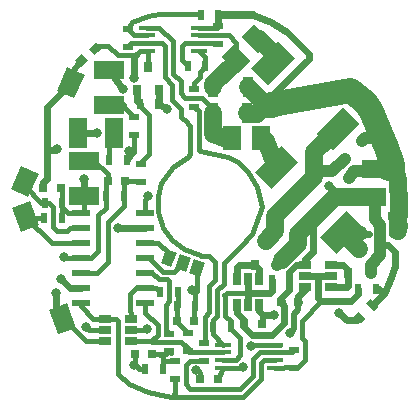
<source format=gtl>
G04 #@! TF.FileFunction,Copper,L1,Top,Signal*
%FSLAX46Y46*%
G04 Gerber Fmt 4.6, Leading zero omitted, Abs format (unit mm)*
G04 Created by KiCad (PCBNEW 4.0.6) date Mon May 22 20:15:38 2017*
%MOMM*%
%LPD*%
G01*
G04 APERTURE LIST*
%ADD10C,0.100000*%
%ADD11R,1.450000X0.450000*%
%ADD12R,0.800000X0.900000*%
%ADD13R,0.800000X0.750000*%
%ADD14R,0.900000X0.500000*%
%ADD15R,0.590000X0.450000*%
%ADD16R,1.500000X0.600000*%
%ADD17R,0.900000X1.700000*%
%ADD18R,1.060000X0.650000*%
%ADD19R,0.650000X1.060000*%
%ADD20R,2.600000X1.500000*%
%ADD21R,1.500000X2.600000*%
%ADD22R,0.500000X0.900000*%
%ADD23R,1.500000X2.000000*%
%ADD24R,2.000000X1.500000*%
%ADD25C,0.800000*%
%ADD26C,0.600000*%
%ADD27C,0.400000*%
%ADD28C,0.700000*%
%ADD29C,1.000000*%
%ADD30C,1.500000*%
%ADD31C,0.500000*%
%ADD32C,2.100000*%
G04 APERTURE END LIST*
D10*
D11*
X146790000Y-123315000D03*
X146790000Y-122665000D03*
X146790000Y-122015000D03*
X146790000Y-121365000D03*
X142390000Y-121365000D03*
X142390000Y-122015000D03*
X142390000Y-122665000D03*
X142390000Y-123315000D03*
D10*
G36*
X124513500Y-109783688D02*
X126017008Y-109236456D01*
X126762612Y-111284986D01*
X125259104Y-111832218D01*
X124513500Y-109783688D01*
X124513500Y-109783688D01*
G37*
G36*
X127657388Y-118435014D02*
X129160896Y-117887782D01*
X129906500Y-119936312D01*
X128402992Y-120483544D01*
X127657388Y-118435014D01*
X127657388Y-118435014D01*
G37*
D12*
X135080000Y-99850000D03*
X136980000Y-99850000D03*
X136030000Y-97850000D03*
D13*
X145650000Y-119620000D03*
X144150000Y-119620000D03*
D14*
X148350000Y-123370000D03*
X148350000Y-121870000D03*
D15*
X154647000Y-112014000D03*
X156757000Y-112014000D03*
D10*
G36*
X152620505Y-106015694D02*
X152302306Y-105697495D01*
X152719499Y-105280302D01*
X153037698Y-105598501D01*
X152620505Y-106015694D01*
X152620505Y-106015694D01*
G37*
G36*
X154112501Y-104523698D02*
X153794302Y-104205499D01*
X154211495Y-103788306D01*
X154529694Y-104106505D01*
X154112501Y-104523698D01*
X154112501Y-104523698D01*
G37*
D16*
X130340000Y-110230000D03*
X130340000Y-111500000D03*
X130340000Y-112770000D03*
X130340000Y-114040000D03*
X130340000Y-115310000D03*
X130340000Y-116580000D03*
X130340000Y-117850000D03*
X135740000Y-117850000D03*
X135740000Y-116580000D03*
X135740000Y-115310000D03*
X135740000Y-114040000D03*
X135740000Y-112770000D03*
X135740000Y-111500000D03*
X135740000Y-110230000D03*
D12*
X152974000Y-115300000D03*
X154874000Y-115300000D03*
X153924000Y-113300000D03*
X145060000Y-114630000D03*
X146960000Y-114630000D03*
X146010000Y-112630000D03*
D17*
X141530000Y-101770000D03*
X144430000Y-101770000D03*
X141552000Y-99568000D03*
X144452000Y-99568000D03*
D10*
G36*
X125837218Y-108876208D02*
X124387126Y-108200019D01*
X125308434Y-106224268D01*
X126758526Y-106900457D01*
X125837218Y-108876208D01*
X125837218Y-108876208D01*
G37*
G36*
X129731566Y-100535732D02*
X128281474Y-99859543D01*
X129202782Y-97883792D01*
X130652874Y-98559981D01*
X129731566Y-100535732D01*
X129731566Y-100535732D01*
G37*
D18*
X149310000Y-114610000D03*
X149310000Y-115560000D03*
X149310000Y-116510000D03*
X151510000Y-116510000D03*
X151510000Y-114610000D03*
X151510000Y-115560000D03*
D19*
X143530000Y-118060000D03*
X144480000Y-118060000D03*
X145430000Y-118060000D03*
X145430000Y-115860000D03*
X143530000Y-115860000D03*
X144480000Y-115860000D03*
D11*
X140320000Y-96495000D03*
X140320000Y-95845000D03*
X140320000Y-95195000D03*
X140320000Y-94545000D03*
X135920000Y-94545000D03*
X135920000Y-95195000D03*
X135920000Y-95845000D03*
X135920000Y-96495000D03*
D20*
X132760000Y-98110000D03*
X132760000Y-101110000D03*
D21*
X130130000Y-103420000D03*
X133130000Y-103420000D03*
D10*
G36*
X154256194Y-111453452D02*
X151993452Y-113716194D01*
X150579238Y-112301980D01*
X152841980Y-110039238D01*
X154256194Y-111453452D01*
X154256194Y-111453452D01*
G37*
G36*
X148740762Y-105938020D02*
X146478020Y-108200762D01*
X145063806Y-106786548D01*
X147326548Y-104523806D01*
X148740762Y-105938020D01*
X148740762Y-105938020D01*
G37*
G36*
X153948194Y-102663452D02*
X151685452Y-104926194D01*
X150271238Y-103511980D01*
X152533980Y-101249238D01*
X153948194Y-102663452D01*
X153948194Y-102663452D01*
G37*
G36*
X148432762Y-97148020D02*
X146170020Y-99410762D01*
X144755806Y-97996548D01*
X147018548Y-95733806D01*
X148432762Y-97148020D01*
X148432762Y-97148020D01*
G37*
D18*
X134600000Y-121090000D03*
X134600000Y-120140000D03*
X134600000Y-119190000D03*
X132400000Y-119190000D03*
X132400000Y-121090000D03*
X132400000Y-120140000D03*
D20*
X130640000Y-108820000D03*
X130640000Y-105820000D03*
D13*
X155206000Y-110490000D03*
X156706000Y-110490000D03*
X136390000Y-122160000D03*
X134890000Y-122160000D03*
X128660000Y-108110000D03*
X127160000Y-108110000D03*
X132610000Y-107550000D03*
X134110000Y-107550000D03*
X138460000Y-119360000D03*
X139960000Y-119360000D03*
X148760000Y-117800000D03*
X147260000Y-117800000D03*
D10*
G36*
X131609905Y-95793527D02*
X132091996Y-96368061D01*
X131479161Y-96882291D01*
X130997070Y-96307757D01*
X131609905Y-95793527D01*
X131609905Y-95793527D01*
G37*
G36*
X130460839Y-96757709D02*
X130942930Y-97332243D01*
X130330095Y-97846473D01*
X129848004Y-97271939D01*
X130460839Y-96757709D01*
X130460839Y-96757709D01*
G37*
D14*
X137810000Y-120440000D03*
X137810000Y-121940000D03*
D22*
X137260000Y-123400000D03*
X135760000Y-123400000D03*
D14*
X138340000Y-124300000D03*
X138340000Y-122800000D03*
X135470000Y-106080000D03*
X135470000Y-107580000D03*
D22*
X132470000Y-108830000D03*
X133970000Y-108830000D03*
X136860000Y-101010000D03*
X135360000Y-101010000D03*
X137050000Y-116940000D03*
X138550000Y-116940000D03*
X138520000Y-118120000D03*
X140020000Y-118120000D03*
D14*
X139370000Y-121880000D03*
X139370000Y-120380000D03*
X134840000Y-103640000D03*
X134840000Y-102140000D03*
D22*
X134210000Y-105720000D03*
X132710000Y-105720000D03*
X128750000Y-110640000D03*
X127250000Y-110640000D03*
X128770000Y-109400000D03*
X127270000Y-109400000D03*
X140490000Y-93450000D03*
X141990000Y-93450000D03*
D14*
X141990000Y-95920000D03*
X141990000Y-94420000D03*
X134300000Y-96160000D03*
X134300000Y-94660000D03*
D22*
X140890000Y-97780000D03*
X139390000Y-97780000D03*
D14*
X140730000Y-122720000D03*
X140730000Y-121220000D03*
X139940000Y-101250000D03*
X139940000Y-99750000D03*
D22*
X143030000Y-119850000D03*
X141530000Y-119850000D03*
X155340000Y-116690000D03*
X153840000Y-116690000D03*
X147990000Y-115880000D03*
X146490000Y-115880000D03*
D23*
X143170000Y-103910000D03*
X145570000Y-103910000D03*
D10*
G36*
X143638249Y-98405965D02*
X142224035Y-96991751D01*
X143284695Y-95931091D01*
X144698909Y-97345305D01*
X143638249Y-98405965D01*
X143638249Y-98405965D01*
G37*
G36*
X145335305Y-96708909D02*
X143921091Y-95294695D01*
X144981751Y-94234035D01*
X146395965Y-95648249D01*
X145335305Y-96708909D01*
X145335305Y-96708909D01*
G37*
D24*
X155194000Y-106496000D03*
X155194000Y-108896000D03*
D13*
X141960000Y-124280000D03*
X140460000Y-124280000D03*
D10*
G36*
X139927097Y-114152602D02*
X140834088Y-114482720D01*
X140399723Y-115676130D01*
X139492732Y-115346012D01*
X139927097Y-114152602D01*
X139927097Y-114152602D01*
G37*
G36*
X138733687Y-113718236D02*
X139640678Y-114048354D01*
X139206313Y-115241764D01*
X138299322Y-114911646D01*
X138733687Y-113718236D01*
X138733687Y-113718236D01*
G37*
G36*
X137540277Y-113283870D02*
X138447268Y-113613988D01*
X138012903Y-114807398D01*
X137105912Y-114477280D01*
X137540277Y-113283870D01*
X137540277Y-113283870D01*
G37*
G36*
X154093891Y-119577265D02*
X153457495Y-118940869D01*
X153811049Y-118587315D01*
X154447445Y-119223711D01*
X154093891Y-119577265D01*
X154093891Y-119577265D01*
G37*
G36*
X155154551Y-118516605D02*
X154518155Y-117880209D01*
X154871709Y-117526655D01*
X155508105Y-118163051D01*
X155154551Y-118516605D01*
X155154551Y-118516605D01*
G37*
D25*
X151384000Y-107950000D03*
X134440000Y-104960000D03*
X153020000Y-107300000D03*
X140060000Y-123560000D03*
X144730000Y-121510000D03*
X128300000Y-104830000D03*
X128240000Y-117040000D03*
X148020000Y-120420000D03*
X146650000Y-118890000D03*
X139750000Y-116750000D03*
X134820000Y-123120000D03*
X136000000Y-108830000D03*
X153680000Y-106650000D03*
X152200000Y-118660000D03*
X137620000Y-101400000D03*
X135940000Y-120090000D03*
X130620000Y-107320000D03*
X128930000Y-113930000D03*
X130790000Y-119860000D03*
X144050000Y-123280000D03*
X134830000Y-98760000D03*
X133480000Y-111460000D03*
X133890000Y-99740000D03*
X131670000Y-103480000D03*
X128670000Y-115860000D03*
D26*
X155974701Y-117067228D02*
X155967532Y-117067228D01*
X155967532Y-117067228D02*
X155013130Y-118021630D01*
D27*
X134840000Y-105090000D02*
X134570000Y-105090000D01*
D28*
X151384000Y-107950000D02*
X151892000Y-108458000D01*
X151892000Y-108458000D02*
X151892000Y-108896000D01*
D27*
X134570000Y-105090000D02*
X134440000Y-104960000D01*
X134840000Y-103640000D02*
X134840000Y-105090000D01*
X134840000Y-105090000D02*
X134210000Y-105720000D01*
X134210000Y-105720000D02*
X134290000Y-105720000D01*
D29*
X146960000Y-114630000D02*
X146970000Y-114630000D01*
X146970000Y-114630000D02*
X147390000Y-114210000D01*
D30*
X149960000Y-110770000D02*
X149960000Y-110780000D01*
X148710000Y-112890000D02*
X147390000Y-114210000D01*
X148710000Y-112030000D02*
X148710000Y-112890000D01*
X149960000Y-110780000D02*
X148710000Y-112030000D01*
D26*
X155340000Y-116690000D02*
X155597473Y-116690000D01*
X155597473Y-116690000D02*
X155974701Y-117067228D01*
X155702000Y-112930000D02*
X156310000Y-112930000D01*
X156517521Y-115868135D02*
X155974701Y-117067228D01*
X156910000Y-114690000D02*
X156517521Y-115868135D01*
X156910000Y-113530000D02*
X156910000Y-114690000D01*
X156310000Y-112930000D02*
X156910000Y-113530000D01*
X149310000Y-114610000D02*
X149315000Y-114155000D01*
X150020000Y-111270000D02*
X150020000Y-110710000D01*
X150020000Y-110830000D02*
X150020000Y-111270000D01*
X149960000Y-110770000D02*
X150020000Y-110830000D01*
D30*
X151834000Y-108896000D02*
X151892000Y-108896000D01*
X150020000Y-110710000D02*
X151834000Y-108896000D01*
D26*
X149965000Y-113505000D02*
X149960000Y-110770000D01*
X149315000Y-114155000D02*
X149965000Y-113505000D01*
X147260000Y-117800000D02*
X147260000Y-117450000D01*
X147260000Y-117450000D02*
X147990000Y-116720000D01*
X147990000Y-116720000D02*
X147990000Y-115880000D01*
X146490000Y-120600000D02*
X146490000Y-120590000D01*
X146490000Y-120600000D02*
X144870000Y-120600000D01*
X144150000Y-119880000D02*
X144870000Y-120600000D01*
X147560000Y-119520000D02*
X147560000Y-118100000D01*
X146490000Y-120590000D02*
X147560000Y-119520000D01*
X147560000Y-118100000D02*
X147260000Y-117800000D01*
X144150000Y-119880000D02*
X144150000Y-119620000D01*
X143530000Y-118060000D02*
X143530000Y-118690000D01*
X143530000Y-118690000D02*
X144150000Y-119310000D01*
X144150000Y-119310000D02*
X144150000Y-119620000D01*
X147990000Y-115880000D02*
X147990000Y-115200000D01*
X147990000Y-115200000D02*
X148580000Y-114610000D01*
X147350000Y-117710000D02*
X147260000Y-117800000D01*
X149310000Y-114610000D02*
X148580000Y-114610000D01*
D28*
X147314000Y-117746000D02*
X147260000Y-117800000D01*
D30*
X151892000Y-108896000D02*
X152094000Y-108896000D01*
X155194000Y-108896000D02*
X152094000Y-108896000D01*
D29*
X155206000Y-110756000D02*
X155702000Y-111252000D01*
X154874000Y-114620000D02*
X154874000Y-115300000D01*
X155702000Y-113792000D02*
X154874000Y-114620000D01*
X155702000Y-111252000D02*
X155702000Y-112930000D01*
X155702000Y-112930000D02*
X155702000Y-113792000D01*
X155206000Y-110490000D02*
X155206000Y-108908000D01*
X155206000Y-110490000D02*
X155206000Y-110756000D01*
X155206000Y-108908000D02*
X155194000Y-108896000D01*
X153680000Y-106650000D02*
X155040000Y-106650000D01*
X155040000Y-106650000D02*
X155194000Y-106496000D01*
D30*
X156972000Y-106426000D02*
X157226000Y-107442000D01*
X154860000Y-106510000D02*
X156989500Y-106496000D01*
X156972000Y-106478500D02*
X156972000Y-106426000D01*
X156989500Y-106496000D02*
X156972000Y-106478500D01*
X157226000Y-111760000D02*
X157304387Y-109591086D01*
X157304387Y-109591086D02*
X157226000Y-107442000D01*
D27*
X140260000Y-123560000D02*
X140460000Y-123760000D01*
X140060000Y-123560000D02*
X140260000Y-123560000D01*
X140460000Y-123760000D02*
X140460000Y-123820000D01*
X144875000Y-121365000D02*
X144730000Y-121510000D01*
X146790000Y-121365000D02*
X144875000Y-121365000D01*
D26*
X127450000Y-104930000D02*
X128200000Y-104930000D01*
X128200000Y-104930000D02*
X128300000Y-104830000D01*
X127160000Y-108110000D02*
X127160000Y-107620000D01*
X127450000Y-101226936D02*
X129467174Y-99209762D01*
X127450000Y-107330000D02*
X127450000Y-104930000D01*
X127450000Y-104930000D02*
X127450000Y-101226936D01*
X127160000Y-107620000D02*
X127450000Y-107330000D01*
X128240000Y-118210000D02*
X128240000Y-117040000D01*
X128781944Y-118751944D02*
X128240000Y-118210000D01*
X127160000Y-107820000D02*
X127160000Y-108110000D01*
X128781944Y-119185663D02*
X128781944Y-118751944D01*
D31*
X148760000Y-117800000D02*
X148760000Y-118420000D01*
X148360000Y-120080000D02*
X148020000Y-120420000D01*
X148360000Y-118820000D02*
X148360000Y-120080000D01*
X148760000Y-118420000D02*
X148360000Y-118820000D01*
D26*
X145790000Y-118870000D02*
X146650000Y-118890000D01*
X145783814Y-118856082D02*
X145790000Y-118870000D01*
D29*
X153680000Y-106650000D02*
X153454000Y-106650000D01*
X153454000Y-106650000D02*
X153020000Y-107300000D01*
D27*
X140163410Y-114914366D02*
X140163410Y-116876590D01*
X140163410Y-116876590D02*
X140020000Y-117020000D01*
X140020000Y-118120000D02*
X140020000Y-117020000D01*
X140020000Y-117020000D02*
X139750000Y-116750000D01*
X139960000Y-119360000D02*
X139960000Y-118180000D01*
X139960000Y-118180000D02*
X140020000Y-118120000D01*
X135055000Y-123155000D02*
X134665000Y-123155000D01*
X134665000Y-123155000D02*
X134820000Y-123120000D01*
X135760000Y-123400000D02*
X135300000Y-123400000D01*
X134890000Y-122990000D02*
X134890000Y-122160000D01*
X135300000Y-123400000D02*
X135055000Y-123155000D01*
X135055000Y-123155000D02*
X134890000Y-122990000D01*
X140460000Y-124280000D02*
X140460000Y-123760000D01*
X134890000Y-122160000D02*
X134890000Y-122310000D01*
X140460000Y-124190000D02*
X140460000Y-124280000D01*
X132400000Y-121090000D02*
X130780000Y-121090000D01*
X130780000Y-121090000D02*
X128875663Y-119185663D01*
X128875663Y-119185663D02*
X128781944Y-119185663D01*
X135740000Y-110230000D02*
X135740000Y-109090000D01*
X135740000Y-109090000D02*
X136000000Y-108830000D01*
X128781944Y-119185663D02*
X128781944Y-118851944D01*
D31*
X129467174Y-99209762D02*
X129467174Y-98420384D01*
X129467174Y-98420384D02*
X130395467Y-97302091D01*
X129467174Y-99207174D02*
X129467174Y-99209762D01*
D26*
X145430000Y-118060000D02*
X145430000Y-118502268D01*
X145430000Y-118502268D02*
X145783814Y-118856082D01*
D31*
X145783814Y-118856082D02*
X145783814Y-119486186D01*
X145783814Y-119486186D02*
X145650000Y-119620000D01*
D27*
X147165000Y-121365000D02*
X146790000Y-121365000D01*
D26*
X148760000Y-117800000D02*
X148760000Y-117260000D01*
X148760000Y-117260000D02*
X149310000Y-116710000D01*
X149310000Y-116710000D02*
X149310000Y-116510000D01*
D27*
X146790000Y-121365000D02*
X146925000Y-121365000D01*
D26*
X141990000Y-94420000D02*
X141990000Y-93450000D01*
D28*
X144920000Y-93432621D02*
X142007379Y-93432621D01*
D26*
X142007379Y-93432621D02*
X141990000Y-93450000D01*
D27*
X140320000Y-94545000D02*
X141865000Y-94545000D01*
X141865000Y-94545000D02*
X141990000Y-94420000D01*
D26*
X145430000Y-118060000D02*
X145430000Y-118200000D01*
X148670000Y-117710000D02*
X148760000Y-117800000D01*
X148760000Y-117800000D02*
X148850000Y-117800000D01*
X146050000Y-101092000D02*
X146050000Y-100770000D01*
X146410000Y-94080000D02*
X144920000Y-93432621D01*
X144920000Y-93432621D02*
X144960000Y-93450000D01*
X147775947Y-94936435D02*
X146410000Y-94080000D01*
X149650000Y-96780000D02*
X147775947Y-94936435D01*
X149650000Y-97170000D02*
X149650000Y-96780000D01*
X146050000Y-100770000D02*
X149650000Y-97170000D01*
D32*
X153162000Y-99822000D02*
X146050000Y-101092000D01*
X155702000Y-103428800D02*
X154940000Y-101600000D01*
X154940000Y-101600000D02*
X154432000Y-100838000D01*
X154432000Y-100838000D02*
X153162000Y-99822000D01*
X146050000Y-101092000D02*
X146304000Y-101092000D01*
D30*
X144430000Y-101770000D02*
X145214000Y-101854000D01*
X145214000Y-101854000D02*
X145976000Y-101092000D01*
X146304000Y-101092000D02*
X145976000Y-101092000D01*
D32*
X146304000Y-101092000D02*
X146558000Y-101092000D01*
D30*
X145976000Y-101092000D02*
X144452000Y-99568000D01*
D32*
X156324000Y-106426000D02*
X156648000Y-106102000D01*
X156648000Y-106102000D02*
X156210000Y-104648000D01*
D30*
X157302200Y-111226600D02*
X157226000Y-111760000D01*
D28*
X156706000Y-110490000D02*
X157231816Y-110099086D01*
X157231816Y-110099086D02*
X157050387Y-110099086D01*
X157050387Y-110099086D02*
X157226000Y-111760000D01*
X156757000Y-112014000D02*
X157048200Y-111480600D01*
D32*
X156210000Y-104648000D02*
X155702000Y-103428800D01*
D29*
X155892500Y-103886000D02*
X155702000Y-103695500D01*
X155702000Y-103695500D02*
X155702000Y-103378000D01*
X155702000Y-103378000D02*
X155702000Y-103428800D01*
X154161998Y-104156002D02*
X154432000Y-103886000D01*
X154432000Y-103886000D02*
X155892500Y-103886000D01*
D27*
X138340000Y-122800000D02*
X137490000Y-122800000D01*
X137490000Y-122800000D02*
X137260000Y-122570000D01*
X137260000Y-123400000D02*
X137260000Y-122570000D01*
X137260000Y-122570000D02*
X137260000Y-122450000D01*
X137260000Y-122450000D02*
X136970000Y-122160000D01*
X137950000Y-122080000D02*
X137810000Y-121940000D01*
X137200000Y-123460000D02*
X137260000Y-123400000D01*
X136390000Y-122160000D02*
X136970000Y-122160000D01*
X136970000Y-122160000D02*
X137590000Y-122160000D01*
X137590000Y-122160000D02*
X137810000Y-121940000D01*
D26*
X152835998Y-119295998D02*
X153738762Y-119295998D01*
X152200000Y-118660000D02*
X152835998Y-119295998D01*
X153738762Y-119295998D02*
X153952470Y-119082290D01*
X136860000Y-101010000D02*
X137576000Y-101318000D01*
X137576000Y-101318000D02*
X137620000Y-101400000D01*
X136980000Y-99850000D02*
X136980000Y-100890000D01*
X136980000Y-100890000D02*
X136860000Y-101010000D01*
D27*
X135890000Y-120140000D02*
X135940000Y-120090000D01*
X134600000Y-120140000D02*
X135890000Y-120140000D01*
D26*
X130640000Y-108820000D02*
X130640000Y-107340000D01*
X130640000Y-107340000D02*
X130620000Y-107320000D01*
D27*
X130640000Y-108820000D02*
X130580000Y-109990000D01*
X130580000Y-109990000D02*
X130340000Y-110230000D01*
X130340000Y-110230000D02*
X129240000Y-110230000D01*
X129240000Y-110230000D02*
X128750000Y-109740000D01*
X128750000Y-109740000D02*
X128770000Y-109400000D01*
X128770000Y-109400000D02*
X128770000Y-108220000D01*
X128770000Y-108220000D02*
X128660000Y-108110000D01*
X128750000Y-110640000D02*
X128750000Y-109420000D01*
X128750000Y-109420000D02*
X128770000Y-109400000D01*
X128760000Y-110630000D02*
X128750000Y-110640000D01*
D31*
X130640000Y-108820000D02*
X130170000Y-108820000D01*
X128700000Y-108150000D02*
X128660000Y-108110000D01*
X128750000Y-110640000D02*
X128750000Y-110560000D01*
X128660000Y-108060000D02*
X128660000Y-108110000D01*
X136860000Y-101010000D02*
X136860000Y-100790000D01*
D27*
X132400000Y-120140000D02*
X131070000Y-120140000D01*
X129030000Y-114030000D02*
X130340000Y-114040000D01*
X128930000Y-113930000D02*
X129030000Y-114030000D01*
X131070000Y-120140000D02*
X130790000Y-119860000D01*
X130640000Y-105820000D02*
X131470000Y-105820000D01*
X131470000Y-105820000D02*
X132610000Y-106960000D01*
X132610000Y-106960000D02*
X132610000Y-107550000D01*
X131000000Y-106180000D02*
X130640000Y-105820000D01*
X132470000Y-108830000D02*
X132470000Y-107690000D01*
X132470000Y-107690000D02*
X132610000Y-107550000D01*
X130340000Y-114040000D02*
X131220000Y-114040000D01*
X132480000Y-109770000D02*
X132470000Y-108830000D01*
X131820000Y-110430000D02*
X132480000Y-109770000D01*
X131820000Y-113440000D02*
X131820000Y-110430000D01*
X131220000Y-114040000D02*
X131820000Y-113440000D01*
X130640000Y-105820000D02*
X131360000Y-105820000D01*
X130980000Y-114040000D02*
X130340000Y-114040000D01*
X130340000Y-114040000D02*
X131020000Y-114040000D01*
D31*
X130640000Y-105820000D02*
X129780000Y-105820000D01*
D27*
X130340000Y-115310000D02*
X131740000Y-115310000D01*
X133970000Y-109650000D02*
X133970000Y-108830000D01*
X132630000Y-110990000D02*
X133970000Y-109650000D01*
X132630000Y-114420000D02*
X132630000Y-110990000D01*
X131740000Y-115310000D02*
X132630000Y-114420000D01*
X134110000Y-107550000D02*
X135440000Y-107550000D01*
X135440000Y-107550000D02*
X135470000Y-107580000D01*
X133970000Y-108830000D02*
X133970000Y-107690000D01*
X133970000Y-107690000D02*
X134110000Y-107550000D01*
X138460000Y-119360000D02*
X138460000Y-119450000D01*
X138460000Y-119450000D02*
X139370000Y-120360000D01*
X139370000Y-120360000D02*
X139370000Y-120380000D01*
X138520000Y-118120000D02*
X138520000Y-119300000D01*
X138520000Y-119300000D02*
X138460000Y-119360000D01*
X138560000Y-118080000D02*
X138520000Y-118120000D01*
X139370000Y-120380000D02*
X139390000Y-120380000D01*
X138550000Y-116940000D02*
X138560000Y-118080000D01*
X144015000Y-123315000D02*
X144050000Y-123280000D01*
X142390000Y-123315000D02*
X144015000Y-123315000D01*
D26*
X134830000Y-98760000D02*
X134830000Y-97050000D01*
X134830000Y-97050000D02*
X135000000Y-96880000D01*
X134830000Y-98670000D02*
X134830000Y-98760000D01*
X134850000Y-98650000D02*
X134830000Y-98670000D01*
D27*
X141960000Y-124280000D02*
X142400000Y-123325000D01*
X142400000Y-123325000D02*
X142390000Y-123315000D01*
X135920000Y-96495000D02*
X135355000Y-96495000D01*
X135355000Y-96495000D02*
X135000000Y-96880000D01*
X132670000Y-96080000D02*
X131802442Y-96080000D01*
X135000000Y-96880000D02*
X133470000Y-96880000D01*
X133470000Y-96880000D02*
X132670000Y-96080000D01*
X131802442Y-96080000D02*
X131544533Y-96337909D01*
X136030000Y-97850000D02*
X136030000Y-96605000D01*
X136030000Y-96605000D02*
X135920000Y-96495000D01*
X131544533Y-96337909D02*
X131544533Y-96374533D01*
D30*
X152501716Y-111877716D02*
X153924000Y-113300000D01*
D26*
X154647000Y-112014000D02*
X154178000Y-112014000D01*
D29*
X154178000Y-112014000D02*
X154041716Y-111877716D01*
X154041716Y-111877716D02*
X152417716Y-111877716D01*
D26*
X154647000Y-112014000D02*
X154701998Y-112014000D01*
D30*
X152417716Y-111877716D02*
X152501716Y-111877716D01*
X152417716Y-111877716D02*
X152536284Y-111877716D01*
D29*
X152670002Y-105647998D02*
X151638000Y-106680000D01*
X150622000Y-106680000D02*
X150114000Y-107188000D01*
X151638000Y-106680000D02*
X150622000Y-106680000D01*
D30*
X146010000Y-112630000D02*
X146010000Y-112562000D01*
X146010000Y-112562000D02*
X146812000Y-111760000D01*
X146812000Y-111760000D02*
X146812000Y-110490000D01*
X146812000Y-110490000D02*
X150114000Y-107188000D01*
X150114000Y-107188000D02*
X150114000Y-105083432D01*
X150114000Y-105083432D02*
X152109716Y-103087716D01*
X151384000Y-103813432D02*
X152109716Y-103087716D01*
D27*
X127270000Y-109400000D02*
X127000000Y-109400000D01*
X127000000Y-109400000D02*
X125572826Y-107972826D01*
X125572826Y-107972826D02*
X125572826Y-107550238D01*
X130340000Y-111500000D02*
X129410000Y-111500000D01*
X127620000Y-109400000D02*
X127270000Y-109400000D01*
X127980000Y-109760000D02*
X127620000Y-109400000D01*
X127980000Y-111380000D02*
X127980000Y-109760000D01*
X128340000Y-111740000D02*
X127980000Y-111380000D01*
X129170000Y-111740000D02*
X128340000Y-111740000D01*
X129410000Y-111500000D02*
X129170000Y-111740000D01*
X127250000Y-110640000D02*
X125743719Y-110640000D01*
X125743719Y-110640000D02*
X125638056Y-110534337D01*
X130340000Y-112770000D02*
X127873719Y-112770000D01*
X127873719Y-112770000D02*
X125638056Y-110534337D01*
X138340000Y-124300000D02*
X138340000Y-125500000D01*
X138340000Y-125500000D02*
X138062151Y-125777849D01*
X145080000Y-124820000D02*
X144100000Y-125800000D01*
X145845000Y-122665000D02*
X145610000Y-122900000D01*
X145610000Y-122900000D02*
X145610000Y-124290000D01*
X145610000Y-124290000D02*
X145080000Y-124820000D01*
X146790000Y-122665000D02*
X145845000Y-122665000D01*
X133280000Y-119190000D02*
X133500000Y-119410000D01*
X133500000Y-119410000D02*
X133510000Y-123850000D01*
X133510000Y-123850000D02*
X134410000Y-124750000D01*
X134410000Y-124750000D02*
X135470000Y-125150000D01*
X135470000Y-125150000D02*
X136042998Y-125377223D01*
X133280000Y-119190000D02*
X132400000Y-119190000D01*
X136042998Y-125377223D02*
X136042998Y-125377223D01*
X137554396Y-125743543D02*
X136042998Y-125377223D01*
X138390000Y-125800000D02*
X138062151Y-125777849D01*
X138062151Y-125777849D02*
X137554396Y-125743543D01*
X144100000Y-125800000D02*
X139310000Y-125800000D01*
X139310000Y-125800000D02*
X138390000Y-125800000D01*
X132400000Y-119190000D02*
X131400000Y-119190000D01*
X131400000Y-119190000D02*
X130340000Y-118130000D01*
X130340000Y-118130000D02*
X130340000Y-117850000D01*
X135740000Y-116580000D02*
X136690000Y-116580000D01*
X136690000Y-116580000D02*
X137050000Y-116940000D01*
X134600000Y-119190000D02*
X134600000Y-118690000D01*
X134460000Y-117120000D02*
X135000000Y-116580000D01*
X134460000Y-118550000D02*
X134460000Y-117120000D01*
X134600000Y-118690000D02*
X134460000Y-118550000D01*
X135000000Y-116580000D02*
X135740000Y-116580000D01*
X134600000Y-119190000D02*
X134600000Y-119070000D01*
X135130000Y-116580000D02*
X135740000Y-116580000D01*
X137820000Y-116030000D02*
X137820000Y-117700000D01*
X137540000Y-117980000D02*
X137540000Y-119530000D01*
X137820000Y-117700000D02*
X137540000Y-117980000D01*
X135740000Y-115310000D02*
X136380000Y-115310000D01*
X136380000Y-115310000D02*
X136920000Y-115850000D01*
X136920000Y-115850000D02*
X137640000Y-115850000D01*
X137640000Y-115850000D02*
X137820000Y-116030000D01*
X137820000Y-116030000D02*
X137780000Y-115990000D01*
X137540000Y-120170000D02*
X137810000Y-120440000D01*
X137540000Y-119530000D02*
X137540000Y-120170000D01*
X135360000Y-101010000D02*
X135360000Y-101150000D01*
X135360000Y-101150000D02*
X136140000Y-101930000D01*
X135470000Y-105890000D02*
X136140000Y-105220000D01*
X136140000Y-101930000D02*
X136140000Y-105220000D01*
D26*
X135080000Y-99850000D02*
X135080000Y-100730000D01*
X135080000Y-100730000D02*
X135360000Y-101010000D01*
D27*
X135470000Y-106080000D02*
X135470000Y-105890000D01*
D26*
X151510000Y-114610000D02*
X152530000Y-114610000D01*
X152530000Y-114610000D02*
X152974000Y-115054000D01*
X152974000Y-115054000D02*
X152974000Y-115300000D01*
X151510000Y-116510000D02*
X152870000Y-116510000D01*
X152974000Y-116406000D02*
X152974000Y-115300000D01*
X152870000Y-116510000D02*
X152974000Y-116406000D01*
X145430000Y-115860000D02*
X145430000Y-115000000D01*
X145430000Y-115000000D02*
X145060000Y-114630000D01*
X143530000Y-115860000D02*
X143530000Y-114810000D01*
X143710000Y-114630000D02*
X145060000Y-114630000D01*
X143530000Y-114810000D02*
X143710000Y-114630000D01*
D27*
X139370000Y-121880000D02*
X139370000Y-121680000D01*
X139370000Y-121680000D02*
X138860000Y-121170000D01*
X136380000Y-121170000D02*
X136300000Y-121090000D01*
X138860000Y-121170000D02*
X136380000Y-121170000D01*
X134600000Y-121090000D02*
X136300000Y-121090000D01*
X135740000Y-118660000D02*
X135740000Y-117850000D01*
X136830000Y-119750000D02*
X135740000Y-118660000D01*
X136830000Y-120560000D02*
X136830000Y-119750000D01*
X136300000Y-121090000D02*
X136830000Y-120560000D01*
X142390000Y-122015000D02*
X141395000Y-122015000D01*
X141350000Y-121970000D02*
X139460000Y-121970000D01*
X141395000Y-122015000D02*
X141350000Y-121970000D01*
X139460000Y-121970000D02*
X139370000Y-121880000D01*
X139405000Y-121915000D02*
X139370000Y-121880000D01*
X135670000Y-117920000D02*
X135740000Y-117850000D01*
X135920000Y-94545000D02*
X136995000Y-94545000D01*
X140560000Y-100490000D02*
X141530000Y-101398000D01*
X139190000Y-100490000D02*
X140560000Y-100490000D01*
X138790000Y-100090000D02*
X139190000Y-100490000D01*
X138790000Y-99050000D02*
X138790000Y-100090000D01*
X138160000Y-98420000D02*
X138790000Y-99050000D01*
X138160000Y-95710000D02*
X138160000Y-98420000D01*
X136995000Y-94545000D02*
X138160000Y-95710000D01*
X141530000Y-101398000D02*
X141530000Y-101770000D01*
D30*
X141530000Y-101770000D02*
X141552000Y-103558000D01*
X141552000Y-103558000D02*
X142486000Y-103910000D01*
X142486000Y-103910000D02*
X143170000Y-103910000D01*
D27*
X140320000Y-95195000D02*
X142845000Y-95195000D01*
X143461472Y-95811472D02*
X143461472Y-97168528D01*
X142845000Y-95195000D02*
X143461472Y-95811472D01*
D30*
X141552000Y-99568000D02*
X141552000Y-99318000D01*
X141552000Y-99318000D02*
X143461472Y-97408528D01*
X143461472Y-97408528D02*
X143461472Y-97168528D01*
D27*
X135920000Y-95195000D02*
X134835000Y-95195000D01*
X134835000Y-95195000D02*
X134300000Y-94660000D01*
X134300000Y-94660000D02*
X134300000Y-94620000D01*
X134300000Y-94620000D02*
X134670000Y-94060000D01*
X134670000Y-94060000D02*
X136020000Y-93580000D01*
X136020000Y-93580000D02*
X136960000Y-93350000D01*
X136960000Y-93350000D02*
X140130000Y-93350000D01*
X140130000Y-93350000D02*
X140490000Y-93450000D01*
X140320000Y-95845000D02*
X139155000Y-95845000D01*
X138900000Y-97290000D02*
X139390000Y-97780000D01*
X138900000Y-96100000D02*
X138900000Y-97290000D01*
X139155000Y-95845000D02*
X138900000Y-96100000D01*
X140320000Y-95845000D02*
X141915000Y-95845000D01*
X141915000Y-95845000D02*
X141990000Y-95920000D01*
X135920000Y-95845000D02*
X137205000Y-95845000D01*
X135920000Y-95845000D02*
X134615000Y-95845000D01*
X134615000Y-95845000D02*
X134300000Y-96160000D01*
X141200000Y-113870000D02*
X140487895Y-113870000D01*
X141710000Y-114380000D02*
X141200000Y-113870000D01*
X141710000Y-115910000D02*
X141710000Y-114380000D01*
X141180000Y-116440000D02*
X141710000Y-115910000D01*
X141180000Y-118650000D02*
X141180000Y-116440000D01*
X137300000Y-111470000D02*
X138050000Y-112520000D01*
X138050000Y-112520000D02*
X139110000Y-113320000D01*
X139110000Y-113320000D02*
X140410000Y-113790000D01*
X140410000Y-113790000D02*
X140487895Y-113870000D01*
X136860000Y-108810000D02*
X136900000Y-110170000D01*
X136900000Y-110170000D02*
X137300000Y-111470000D01*
X139370000Y-105460000D02*
X138180000Y-106340000D01*
X138180000Y-106340000D02*
X137140000Y-107670000D01*
X137140000Y-107670000D02*
X136860000Y-108810000D01*
X140825574Y-119004426D02*
X141180000Y-118650000D01*
X140825574Y-120440000D02*
X140825574Y-119004426D01*
X139230000Y-102470000D02*
X139240000Y-102470000D01*
X139240000Y-102470000D02*
X139600000Y-102830000D01*
X139600000Y-102830000D02*
X139600000Y-105230000D01*
X139600000Y-105230000D02*
X139370000Y-105460000D01*
X137205000Y-95845000D02*
X137460000Y-96100000D01*
X137460000Y-96100000D02*
X137460000Y-98750000D01*
X137460000Y-98750000D02*
X138070000Y-99360000D01*
X138070000Y-99360000D02*
X138070000Y-100630000D01*
X138070000Y-100630000D02*
X138830000Y-101390000D01*
X138830000Y-101390000D02*
X138830000Y-102070000D01*
X138830000Y-102070000D02*
X139230000Y-102470000D01*
X140825574Y-120440000D02*
X140825574Y-121124426D01*
X140825574Y-121124426D02*
X140730000Y-121220000D01*
X140825574Y-120440000D02*
X140825702Y-120484298D01*
X140825702Y-120484298D02*
X140820000Y-120490000D01*
X139940000Y-99750000D02*
X139940000Y-99200000D01*
X140410000Y-98260000D02*
X140890000Y-97780000D01*
X140410000Y-98730000D02*
X140410000Y-98260000D01*
X139940000Y-99200000D02*
X140410000Y-98730000D01*
X140320000Y-96495000D02*
X140325000Y-96495000D01*
X140325000Y-96495000D02*
X140890000Y-97060000D01*
X140890000Y-97060000D02*
X140890000Y-97780000D01*
X139620000Y-122720000D02*
X140730000Y-122720000D01*
X139240000Y-123100000D02*
X139620000Y-122720000D01*
X139240000Y-124730000D02*
X139240000Y-123100000D01*
X139620000Y-125110000D02*
X139240000Y-124730000D01*
X139870000Y-125110000D02*
X139620000Y-125110000D01*
X144890000Y-124010000D02*
X144890000Y-123730000D01*
X143790000Y-125110000D02*
X144890000Y-124010000D01*
X142880000Y-125110000D02*
X143790000Y-125110000D01*
X141450000Y-125110000D02*
X139870000Y-125110000D01*
X145465000Y-122015000D02*
X144890000Y-122590000D01*
X144890000Y-122590000D02*
X144890000Y-123730000D01*
X146790000Y-122015000D02*
X145465000Y-122015000D01*
X142880000Y-125110000D02*
X141450000Y-125110000D01*
X141450000Y-125110000D02*
X141260000Y-125110000D01*
X140700000Y-122750000D02*
X140730000Y-122720000D01*
X146790000Y-122015000D02*
X148235000Y-121985000D01*
X148235000Y-121985000D02*
X148350000Y-121870000D01*
X141530000Y-119850000D02*
X141530000Y-120505000D01*
X141530000Y-120505000D02*
X142390000Y-121365000D01*
X141530000Y-119850000D02*
X141530000Y-119304998D01*
X143790000Y-113070000D02*
X144810000Y-112030000D01*
X144810000Y-112030000D02*
X145710000Y-109750000D01*
X145710000Y-109750000D02*
X145290000Y-108070000D01*
X145290000Y-108070000D02*
X144500000Y-106720000D01*
X144500000Y-106720000D02*
X143640000Y-105908864D01*
X142420000Y-114440000D02*
X143790000Y-113070000D01*
X142420000Y-116200000D02*
X142420000Y-114440000D01*
X141870000Y-116750000D02*
X142420000Y-116200000D01*
X141870000Y-118964998D02*
X141870000Y-116750000D01*
X141530000Y-119304998D02*
X141870000Y-118964998D01*
X140420000Y-104950000D02*
X140400000Y-104950000D01*
X140310000Y-101620000D02*
X139940000Y-101250000D01*
X140310000Y-104860000D02*
X140310000Y-101620000D01*
X140400000Y-104950000D02*
X140310000Y-104860000D01*
X143640000Y-105908864D02*
X142830000Y-105480000D01*
X142830000Y-105480000D02*
X141590000Y-105200000D01*
X141590000Y-105200000D02*
X140420000Y-104950000D01*
X140420000Y-104950000D02*
X140420000Y-104950000D01*
X143640000Y-105908864D02*
X143620000Y-105890000D01*
X148350000Y-123370000D02*
X148610000Y-123370000D01*
X148610000Y-123370000D02*
X149320000Y-122660000D01*
X150670000Y-117720000D02*
X150670000Y-117700000D01*
X149050000Y-119340000D02*
X150670000Y-117720000D01*
X149050000Y-120840000D02*
X149050000Y-119340000D01*
X149320000Y-121110000D02*
X149050000Y-120840000D01*
X149320000Y-122660000D02*
X149320000Y-121110000D01*
X146790000Y-123315000D02*
X148265000Y-123285000D01*
X148265000Y-123285000D02*
X148350000Y-123370000D01*
D26*
X153840000Y-116690000D02*
X153840000Y-117100000D01*
X153840000Y-117100000D02*
X153240000Y-117700000D01*
X153240000Y-117700000D02*
X150670000Y-117700000D01*
X150670000Y-117700000D02*
X150430000Y-117460000D01*
X150430000Y-117460000D02*
X150430000Y-115560000D01*
X150430000Y-115560000D02*
X150430000Y-115730000D01*
X150430000Y-115730000D02*
X150430000Y-115560000D01*
D27*
X148325000Y-123395000D02*
X148350000Y-123370000D01*
D26*
X149310000Y-115560000D02*
X150070000Y-115560000D01*
X150070000Y-115560000D02*
X150430000Y-115560000D01*
X150430000Y-115560000D02*
X151510000Y-115560000D01*
D27*
X142390000Y-122665000D02*
X143455000Y-122665000D01*
X143840000Y-120840000D02*
X143030000Y-120030000D01*
X143840000Y-122280000D02*
X143840000Y-120840000D01*
X143455000Y-122665000D02*
X143840000Y-122280000D01*
X143030000Y-120030000D02*
X143030000Y-119850000D01*
X142535000Y-117135000D02*
X142535000Y-118915000D01*
X142535000Y-118915000D02*
X143030000Y-119410000D01*
X143030000Y-119410000D02*
X143030000Y-119850000D01*
X142700000Y-116970000D02*
X144480000Y-116970000D01*
X142500000Y-117170000D02*
X142535000Y-117135000D01*
X142535000Y-117135000D02*
X142700000Y-116970000D01*
X142955000Y-119775000D02*
X143030000Y-119850000D01*
D26*
X144480000Y-116970000D02*
X144480000Y-116950000D01*
X146490000Y-115880000D02*
X146490000Y-116860000D01*
X146380000Y-116970000D02*
X144480000Y-116970000D01*
X146490000Y-116860000D02*
X146380000Y-116970000D01*
X144480000Y-116950000D02*
X144480000Y-118060000D01*
X144480000Y-115860000D02*
X144480000Y-116950000D01*
X133520000Y-111500000D02*
X133480000Y-111460000D01*
X133520000Y-111500000D02*
X135740000Y-111500000D01*
X133740000Y-99590000D02*
X132760000Y-98110000D01*
X133890000Y-99740000D02*
X133740000Y-99590000D01*
D27*
X134840000Y-102140000D02*
X134840000Y-102100000D01*
X134840000Y-102100000D02*
X133850000Y-101110000D01*
X133850000Y-101110000D02*
X132760000Y-101110000D01*
D26*
X132760000Y-101110000D02*
X133910000Y-101110000D01*
X130340000Y-116580000D02*
X129390000Y-116580000D01*
X131540000Y-103430000D02*
X130130000Y-103420000D01*
X131670000Y-103480000D02*
X131540000Y-103430000D01*
X129390000Y-116580000D02*
X128670000Y-115860000D01*
D27*
X132710000Y-105720000D02*
X132710000Y-103840000D01*
X132710000Y-103840000D02*
X133130000Y-103420000D01*
D30*
X145570000Y-103910000D02*
X146050000Y-104170000D01*
X146050000Y-104170000D02*
X146430000Y-105240000D01*
X146430000Y-105240000D02*
X146902284Y-106362284D01*
X145158528Y-95471472D02*
X145421472Y-95471472D01*
X145421472Y-95471472D02*
X146594284Y-96644284D01*
X146594284Y-96644284D02*
X146594284Y-97572284D01*
D27*
X135740000Y-114040000D02*
X136090000Y-114040000D01*
X136090000Y-114040000D02*
X137270000Y-115220000D01*
X138230000Y-115220000D02*
X138970000Y-114480000D01*
X137270000Y-115220000D02*
X138230000Y-115220000D01*
X135740000Y-114040000D02*
X136150000Y-114040000D01*
X137776590Y-114045634D02*
X137776590Y-113656590D01*
X137776590Y-113656590D02*
X136890000Y-112770000D01*
X136890000Y-112770000D02*
X135740000Y-112770000D01*
M02*

</source>
